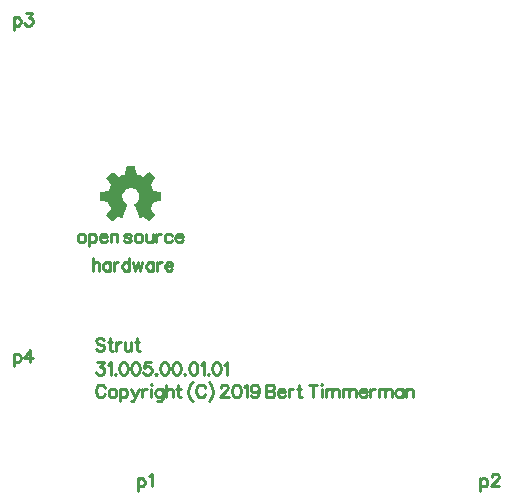
<source format=gto>
G04 start of page 8 for group -4079 idx -4079 *
G04 Title: 31.005.00.01.01, topsilk *
G04 Creator: pcb 4.2.2 *
G04 CreationDate: Sun Jan  3 11:16:11 2021 UTC *
G04 For: bert *
G04 Format: Gerber/RS-274X *
G04 PCB-Dimensions (mil): 2047.24 2047.24 *
G04 PCB-Coordinate-Origin: lower left *
%MOIN*%
%FSLAX25Y25*%
%LNGTO*%
%ADD22C,0.0098*%
%ADD21C,0.0001*%
G54D21*G36*
X45729Y116635D02*X48306D01*
X48389Y116602D01*
X48436Y116526D01*
X48485Y116287D01*
X48529Y116065D01*
X48920Y113933D01*
X48967Y113846D01*
X49050Y113787D01*
X49153Y113743D01*
X49943Y113472D01*
X50693Y113115D01*
X50699D01*
X50786Y113076D01*
X50883Y113063D01*
X50981Y113093D01*
X52754Y114313D01*
X52945Y114437D01*
X53146Y114574D01*
X53232Y114598D01*
X53314Y114563D01*
X53645Y114232D01*
X54149Y113732D01*
X54307Y113569D01*
X54806Y113072D01*
X54968Y112915D01*
X55136Y112741D01*
X55175Y112656D01*
X55153Y112567D01*
X55017Y112365D01*
X54888Y112176D01*
X53699Y110439D01*
X53667Y110348D01*
X53682Y110250D01*
X53727Y110152D01*
X54410Y108545D01*
X54447Y108454D01*
X54510Y108376D01*
X54600Y108330D01*
X56639Y107948D01*
X56863Y107906D01*
X57106Y107863D01*
X57181Y107815D01*
X57210Y107732D01*
Y105156D01*
X57181Y105067D01*
X57106Y105019D01*
X56863Y104976D01*
X56639Y104933D01*
X54660Y104564D01*
X54572Y104517D01*
X54518Y104433D01*
X54490Y104374D01*
Y104363D01*
X53775Y102589D01*
X53770Y102578D01*
X53753Y102534D01*
X53736Y102433D01*
X53764Y102339D01*
X54893Y100707D01*
X55017Y100517D01*
X55158Y100315D01*
X55177Y100230D01*
X55136Y100148D01*
X54968Y99969D01*
X54806Y99811D01*
X53488Y98493D01*
X53314Y98326D01*
X53232Y98284D01*
X53146Y98302D01*
X52945Y98444D01*
X52754Y98569D01*
X51160Y99665D01*
X51061Y99694D01*
X50964Y99676D01*
X50633Y99491D01*
X50439Y99382D01*
X50092Y99204D01*
X50007Y99198D01*
X49945Y99259D01*
X49799Y99615D01*
X49711Y99822D01*
X48328Y103180D01*
X48240Y103387D01*
X48143Y103619D01*
X48139Y103714D01*
X48192Y103787D01*
X48415Y103919D01*
X48556Y104026D01*
X49092Y104472D01*
X49507Y105037D01*
X49774Y105695D01*
X49868Y106426D01*
X49810Y107000D01*
X49645Y107535D01*
X49382Y108019D01*
X49033Y108441D01*
X48613Y108791D01*
X48129Y109054D01*
X47595Y109219D01*
X47021Y109278D01*
X46446Y109219D01*
X45911Y109054D01*
X45428Y108791D01*
X45006Y108441D01*
X44658Y108019D01*
X44396Y107535D01*
X44231Y107000D01*
X44172Y106426D01*
X44265Y105695D01*
X44532Y105037D01*
X44946Y104472D01*
X45485Y104026D01*
X45621Y103919D01*
X45843Y103787D01*
X45897Y103714D01*
X45892Y103619D01*
X45795Y103387D01*
X45707Y103180D01*
X44324Y99822D01*
X44238Y99615D01*
X44090Y99259D01*
X44029Y99198D01*
X43945Y99204D01*
X43603Y99382D01*
X43402Y99491D01*
X43071Y99676D01*
X42972Y99694D01*
X42875Y99665D01*
X41281Y98569D01*
X41096Y98444D01*
X40890Y98302D01*
X40803Y98284D01*
X40721Y98326D01*
X40547Y98493D01*
X40390Y98656D01*
X39892Y99154D01*
X39729Y99313D01*
X39229Y99811D01*
X39067Y99969D01*
X38899Y100148D01*
X38860Y100230D01*
X38882Y100315D01*
X39018Y100517D01*
X39149Y100707D01*
X40271Y102339D01*
X40299Y102433D01*
X40282Y102534D01*
X40260Y102594D01*
X39550Y104369D01*
X39517Y104433D01*
X39463Y104517D01*
X39377Y104564D01*
X37396Y104933D01*
X37174Y104976D01*
X36935Y105019D01*
X36856Y105069D01*
X36827Y105156D01*
Y107732D01*
X36856Y107815D01*
X36935Y107863D01*
X37174Y107911D01*
X37396Y107948D01*
X39436Y108330D01*
X39525Y108376D01*
X39588Y108459D01*
X39625Y108545D01*
X40314Y110152D01*
X40353Y110250D01*
X40370Y110348D01*
X40342Y110439D01*
X39149Y112180D01*
X39018Y112365D01*
X38882Y112567D01*
X38860Y112656D01*
X38899Y112741D01*
X39067Y112915D01*
X39229Y113072D01*
X40721Y114563D01*
X40803Y114598D01*
X40890Y114580D01*
X41096Y114443D01*
X41281Y114313D01*
X43054Y113093D01*
X43152Y113065D01*
X43250Y113082D01*
X43336Y113115D01*
X43347Y113119D01*
X44093Y113474D01*
X44883Y113748D01*
X44986Y113787D01*
X45070Y113846D01*
X45115Y113933D01*
X45513Y116065D01*
X45550Y116287D01*
X45599Y116526D01*
X45646Y116602D01*
X45729Y116635D01*
G37*
G54D22*X30252Y94020D02*X29852Y93820D01*
X29452Y93420D01*
X29252Y92820D01*
Y92420D01*
X29452Y91820D01*
X29852Y91420D01*
X30252Y91220D01*
X30852D01*
X31252Y91420D01*
X31652Y91820D01*
X31852Y92420D01*
Y92820D02*Y92420D01*
Y92820D02*X31652Y93420D01*
X31252Y93820D01*
X30852Y94020D01*
X30252D02*X30852D01*
X33052D02*Y89820D01*
Y93420D02*X33452Y93820D01*
X33852Y94020D01*
X34452D01*
X34852Y93820D01*
X35252Y93420D01*
X35452Y92820D01*
Y92420D01*
X35252Y91820D01*
X34852Y91420D01*
X34452Y91220D01*
X33852D02*X34452D01*
X33852D02*X33452Y91420D01*
X33052Y91820D01*
X36652Y92820D02*X39052D01*
Y93220D02*Y92820D01*
Y93220D02*X38852Y93620D01*
X38652Y93820D01*
X38252Y94020D01*
X37652D02*X38252D01*
X37652D02*X37252Y93820D01*
X36852Y93420D01*
X36652Y92820D01*
Y92420D01*
X36852Y91820D01*
X37252Y91420D01*
X37652Y91220D01*
X38252D01*
X38652Y91420D01*
X39052Y91820D01*
X40252Y94020D02*Y91220D01*
Y93220D02*X40852Y93820D01*
X41252Y94020D01*
X41852D01*
X42252Y93820D01*
X42452Y93220D01*
Y91220D01*
X47052Y93420D02*X46852Y93820D01*
X46252Y94020D01*
X45652D02*X46252D01*
X45652D02*X45052Y93820D01*
X44852Y93420D01*
X45052Y93020D01*
X45452Y92820D01*
X46452Y92620D01*
X46852Y92420D01*
X47052Y92020D01*
Y91820D01*
X46852Y91420D01*
X46252Y91220D01*
X45652D02*X46252D01*
X45652D02*X45052Y91420D01*
X44852Y91820D01*
X49252Y94020D02*X48852Y93820D01*
X48452Y93420D01*
X48252Y92820D01*
Y92420D01*
X48452Y91820D01*
X48852Y91420D01*
X49252Y91220D01*
X49852D01*
X50252Y91420D01*
X50652Y91820D01*
X50852Y92420D01*
Y92820D02*Y92420D01*
Y92820D02*X50652Y93420D01*
X50252Y93820D01*
X49852Y94020D01*
X49252D02*X49852D01*
X52052D02*Y92020D01*
X52252Y91420D01*
X52652Y91220D01*
X53252D01*
X53652Y91420D01*
X54252Y92020D01*
Y94020D02*Y91220D01*
X55452Y94020D02*Y91220D01*
Y92820D02*X55652Y93420D01*
X56052Y93820D01*
X56452Y94020D01*
X57052D01*
X60652Y93420D02*X60252Y93820D01*
X59852Y94020D01*
X59252D02*X59852D01*
X59252D02*X58852Y93820D01*
X58452Y93420D01*
X58252Y92820D01*
Y92420D01*
X58452Y91820D01*
X58852Y91420D01*
X59252Y91220D01*
X59852D01*
X60252Y91420D01*
X60652Y91820D01*
X61852Y92820D02*X64252D01*
Y93220D02*Y92820D01*
Y93220D02*X64052Y93620D01*
X63852Y93820D01*
X63452Y94020D01*
X62852D02*X63452D01*
X62852D02*X62452Y93820D01*
X62052Y93420D01*
X61852Y92820D01*
Y92420D01*
X62052Y91820D01*
X62452Y91420D01*
X62852Y91220D01*
X63452D01*
X63852Y91420D01*
X64252Y91820D01*
X34252Y85920D02*Y81720D01*
Y83720D02*X34852Y84320D01*
X35252Y84520D01*
X35852D01*
X36252Y84320D01*
X36452Y83720D01*
Y81720D01*
X40052Y84520D02*Y81720D01*
Y83920D02*X39652Y84320D01*
X39252Y84520D01*
X38652D02*X39252D01*
X38652D02*X38252Y84320D01*
X37852Y83920D01*
X37652Y83320D01*
Y82920D01*
X37852Y82320D01*
X38252Y81920D01*
X38652Y81720D01*
X39252D01*
X39652Y81920D01*
X40052Y82320D01*
X41252Y84520D02*Y81720D01*
Y83320D02*X41452Y83920D01*
X41852Y84320D01*
X42252Y84520D01*
X42852D01*
X46452Y85920D02*Y81720D01*
Y83920D02*X46052Y84320D01*
X45652Y84520D01*
X45052D02*X45652D01*
X45052D02*X44652Y84320D01*
X44252Y83920D01*
X44052Y83320D01*
Y82920D01*
X44252Y82320D01*
X44652Y81920D01*
X45052Y81720D01*
X45652D01*
X46052Y81920D01*
X46452Y82320D01*
X47652Y84520D02*X48452Y81720D01*
X49252Y84520D02*X48452Y81720D01*
X49252Y84520D02*X50052Y81720D01*
X50852Y84520D02*X50052Y81720D01*
X54452Y84520D02*Y81720D01*
Y83920D02*X54052Y84320D01*
X53652Y84520D01*
X53052D02*X53652D01*
X53052D02*X52652Y84320D01*
X52252Y83920D01*
X52052Y83320D01*
Y82920D01*
X52252Y82320D01*
X52652Y81920D01*
X53052Y81720D01*
X53652D01*
X54052Y81920D01*
X54452Y82320D01*
X55652Y84520D02*Y81720D01*
Y83320D02*X55852Y83920D01*
X56252Y84320D01*
X56652Y84520D01*
X57252D01*
X58452Y83320D02*X60852D01*
Y83720D02*Y83320D01*
Y83720D02*X60652Y84120D01*
X60452Y84320D01*
X60052Y84520D01*
X59452D02*X60052D01*
X59452D02*X59052Y84320D01*
X58652Y83920D01*
X58452Y83320D01*
Y82920D01*
X58652Y82320D01*
X59052Y81920D01*
X59452Y81720D01*
X60052D01*
X60452Y81920D01*
X60852Y82320D01*
X38182Y58639D02*X37782Y59039D01*
X37182Y59239D01*
X36382D02*X37182D01*
X36382D02*X35782Y59039D01*
X35382Y58639D01*
Y58239D01*
X35582Y57839D01*
X35782Y57639D01*
X36182Y57439D01*
X37382Y57039D01*
X37782Y56839D01*
X37982Y56639D01*
X38182Y56239D01*
Y55639D01*
X37782Y55239D01*
X37182Y55039D01*
X36382D02*X37182D01*
X36382D02*X35782Y55239D01*
X35382Y55639D01*
X39982Y59239D02*Y55839D01*
X40182Y55239D01*
X40582Y55039D01*
X40982D01*
X39382Y57839D02*X40782D01*
X42182D02*Y55039D01*
Y56639D02*X42382Y57239D01*
X42782Y57639D01*
X43182Y57839D01*
X43782D01*
X44982D02*Y55839D01*
X45182Y55239D01*
X45582Y55039D01*
X46182D01*
X46582Y55239D01*
X47182Y55839D01*
Y57839D02*Y55039D01*
X48982Y59239D02*Y55839D01*
X49182Y55239D01*
X49582Y55039D01*
X49982D01*
X48382Y57839D02*X49782D01*
X38382Y42739D02*X38182Y43139D01*
X37782Y43539D01*
X37382Y43739D01*
X36582D02*X37382D01*
X36582D02*X36182Y43539D01*
X35782Y43139D01*
X35582Y42739D01*
X35382Y42139D01*
Y41139D01*
X35582Y40539D01*
X35782Y40139D01*
X36182Y39739D01*
X36582Y39539D01*
X37382D01*
X37782Y39739D01*
X38182Y40139D01*
X38382Y40539D01*
X40582Y42339D02*X40182Y42139D01*
X39782Y41739D01*
X39582Y41139D01*
Y40739D01*
X39782Y40139D01*
X40182Y39739D01*
X40582Y39539D01*
X41182D01*
X41582Y39739D01*
X41982Y40139D01*
X42182Y40739D01*
Y41139D02*Y40739D01*
Y41139D02*X41982Y41739D01*
X41582Y42139D01*
X41182Y42339D01*
X40582D02*X41182D01*
X43382D02*Y38139D01*
Y41739D02*X43782Y42139D01*
X44182Y42339D01*
X44782D01*
X45182Y42139D01*
X45582Y41739D01*
X45782Y41139D01*
Y40739D01*
X45582Y40139D01*
X45182Y39739D01*
X44782Y39539D01*
X44182D02*X44782D01*
X44182D02*X43782Y39739D01*
X43382Y40139D01*
X47182Y42339D02*X48382Y39539D01*
X49582Y42339D02*X48382Y39539D01*
X47982Y38739D01*
X47582Y38339D01*
X47182Y38139D01*
X46982D02*X47182D01*
X50782Y42339D02*Y39539D01*
Y41139D02*X50982Y41739D01*
X51382Y42139D01*
X51782Y42339D01*
X52382D01*
X53582Y43739D02*X53782Y43539D01*
X53982Y43739D01*
X53782Y43939D01*
X53582Y43739D01*
X53782Y42339D02*Y39539D01*
X57582Y42339D02*Y39139D01*
X57382Y38539D01*
X57182Y38339D01*
X56782Y38139D01*
X56182D02*X56782D01*
X56182D02*X55782Y38339D01*
X57582Y41739D02*X57182Y42139D01*
X56782Y42339D01*
X56182D02*X56782D01*
X56182D02*X55782Y42139D01*
X55382Y41739D01*
X55182Y41139D01*
Y40739D01*
X55382Y40139D01*
X55782Y39739D01*
X56182Y39539D01*
X56782D01*
X57182Y39739D01*
X57582Y40139D01*
X58782Y43739D02*Y39539D01*
Y41539D02*X59382Y42139D01*
X59782Y42339D01*
X60382D01*
X60782Y42139D01*
X60982Y41539D01*
Y39539D01*
X62782Y43739D02*Y40339D01*
X62982Y39739D01*
X63382Y39539D01*
X63782D01*
X62182Y42339D02*X63582D01*
X67582Y44539D02*X67182Y44139D01*
X66782Y43539D01*
X66382Y42739D01*
X66182Y41739D01*
Y40939D01*
X66382Y39939D01*
X66782Y39139D01*
X67182Y38539D01*
X67582Y38139D01*
X71782Y42739D02*X71582Y43139D01*
X71182Y43539D01*
X70782Y43739D01*
X69982D02*X70782D01*
X69982D02*X69582Y43539D01*
X69182Y43139D01*
X68982Y42739D01*
X68782Y42139D01*
Y41139D01*
X68982Y40539D01*
X69182Y40139D01*
X69582Y39739D01*
X69982Y39539D01*
X70782D01*
X71182Y39739D01*
X71582Y40139D01*
X71782Y40539D01*
X72982Y44539D02*X73382Y44139D01*
X73782Y43539D01*
X74182Y42739D01*
X74382Y41739D01*
Y40939D01*
X74182Y39939D01*
X73782Y39139D01*
X73382Y38539D01*
X72982Y38139D01*
X76982Y42939D02*Y42739D01*
Y42939D02*X77182Y43339D01*
X77382Y43539D01*
X77782Y43739D01*
X78582D01*
X78982Y43539D01*
X79182Y43339D01*
X79382Y42939D01*
Y42539D01*
X79182Y42139D01*
X78782Y41539D01*
X76782Y39539D01*
X79582D01*
X81982Y43739D02*X81382Y43539D01*
X80982Y42939D01*
X80782Y41939D01*
Y41339D01*
X80982Y40339D01*
X81382Y39739D01*
X81982Y39539D01*
X82382D01*
X82982Y39739D01*
X83382Y40339D01*
X83582Y41339D01*
Y41939D02*Y41339D01*
Y41939D02*X83382Y42939D01*
X82982Y43539D01*
X82382Y43739D01*
X81982D02*X82382D01*
X84782Y42939D02*X85182Y43139D01*
X85782Y43739D01*
Y39539D01*
X89582Y42339D02*X89382Y41739D01*
X88982Y41339D01*
X88382Y41139D01*
X88182D02*X88382D01*
X88182D02*X87582Y41339D01*
X87182Y41739D01*
X86982Y42339D01*
Y42539D02*Y42339D01*
Y42539D02*X87182Y43139D01*
X87582Y43539D01*
X88182Y43739D01*
X88382D01*
X88982Y43539D01*
X89382Y43139D01*
X89582Y42339D01*
Y41339D01*
X89382Y40339D01*
X88982Y39739D01*
X88382Y39539D01*
X87982D02*X88382D01*
X87982D02*X87382Y39739D01*
X87182Y40139D01*
X91982Y43739D02*Y39539D01*
Y43739D02*X93782D01*
X94382Y43539D01*
X94582Y43339D01*
X94782Y42939D01*
Y42539D01*
X94582Y42139D01*
X94382Y41939D01*
X93782Y41739D01*
X91982D02*X93782D01*
X94382Y41539D01*
X94582Y41339D01*
X94782Y40939D01*
Y40339D01*
X94582Y39939D01*
X94382Y39739D01*
X93782Y39539D01*
X91982D02*X93782D01*
X95982Y41139D02*X98382D01*
Y41539D02*Y41139D01*
Y41539D02*X98182Y41939D01*
X97982Y42139D01*
X97582Y42339D01*
X96982D02*X97582D01*
X96982D02*X96582Y42139D01*
X96182Y41739D01*
X95982Y41139D01*
Y40739D01*
X96182Y40139D01*
X96582Y39739D01*
X96982Y39539D01*
X97582D01*
X97982Y39739D01*
X98382Y40139D01*
X99582Y42339D02*Y39539D01*
Y41139D02*X99782Y41739D01*
X100182Y42139D01*
X100582Y42339D01*
X101182D01*
X102982Y43739D02*Y40339D01*
X103182Y39739D01*
X103582Y39539D01*
X103982D01*
X102382Y42339D02*X103782D01*
X107782Y43739D02*Y39539D01*
X106382Y43739D02*X109182D01*
X110382D02*X110582Y43539D01*
X110782Y43739D01*
X110582Y43939D01*
X110382Y43739D01*
X110582Y42339D02*Y39539D01*
X111982Y42339D02*Y39539D01*
Y41539D02*X112582Y42139D01*
X112982Y42339D01*
X113582D01*
X113982Y42139D01*
X114182Y41539D01*
Y39539D01*
Y41539D02*X114782Y42139D01*
X115182Y42339D01*
X115782D01*
X116182Y42139D01*
X116382Y41539D01*
Y39539D01*
X117582Y42339D02*Y39539D01*
Y41539D02*X118182Y42139D01*
X118582Y42339D01*
X119182D01*
X119582Y42139D01*
X119782Y41539D01*
Y39539D01*
Y41539D02*X120382Y42139D01*
X120782Y42339D01*
X121382D01*
X121782Y42139D01*
X121982Y41539D01*
Y39539D01*
X123182Y41139D02*X125582D01*
Y41539D02*Y41139D01*
Y41539D02*X125382Y41939D01*
X125182Y42139D01*
X124782Y42339D01*
X124182D02*X124782D01*
X124182D02*X123782Y42139D01*
X123382Y41739D01*
X123182Y41139D01*
Y40739D01*
X123382Y40139D01*
X123782Y39739D01*
X124182Y39539D01*
X124782D01*
X125182Y39739D01*
X125582Y40139D01*
X126782Y42339D02*Y39539D01*
Y41139D02*X126982Y41739D01*
X127382Y42139D01*
X127782Y42339D01*
X128382D01*
X129582D02*Y39539D01*
Y41539D02*X130182Y42139D01*
X130582Y42339D01*
X131182D01*
X131582Y42139D01*
X131782Y41539D01*
Y39539D01*
Y41539D02*X132382Y42139D01*
X132782Y42339D01*
X133382D01*
X133782Y42139D01*
X133982Y41539D01*
Y39539D01*
X137582Y42339D02*Y39539D01*
Y41739D02*X137182Y42139D01*
X136782Y42339D01*
X136182D02*X136782D01*
X136182D02*X135782Y42139D01*
X135382Y41739D01*
X135182Y41139D01*
Y40739D01*
X135382Y40139D01*
X135782Y39739D01*
X136182Y39539D01*
X136782D01*
X137182Y39739D01*
X137582Y40139D01*
X138782Y42339D02*Y39539D01*
Y41539D02*X139382Y42139D01*
X139782Y42339D01*
X140382D01*
X140782Y42139D01*
X140982Y41539D01*
Y39539D01*
X35782Y51239D02*X37982D01*
X36782Y49639D01*
X37382D01*
X37782Y49439D01*
X37982Y49239D01*
X38182Y48639D01*
Y48239D01*
X37982Y47639D01*
X37582Y47239D01*
X36982Y47039D01*
X36382D02*X36982D01*
X36382D02*X35782Y47239D01*
X35582Y47439D01*
X35382Y47839D01*
X39382Y50439D02*X39782Y50639D01*
X40382Y51239D01*
Y47039D01*
X41782Y47439D02*X41582Y47239D01*
X41782Y47039D01*
X41982Y47239D01*
X41782Y47439D01*
X44382Y51239D02*X43782Y51039D01*
X43382Y50439D01*
X43182Y49439D01*
Y48839D01*
X43382Y47839D01*
X43782Y47239D01*
X44382Y47039D01*
X44782D01*
X45382Y47239D01*
X45782Y47839D01*
X45982Y48839D01*
Y49439D02*Y48839D01*
Y49439D02*X45782Y50439D01*
X45382Y51039D01*
X44782Y51239D01*
X44382D02*X44782D01*
X48382D02*X47782Y51039D01*
X47382Y50439D01*
X47182Y49439D01*
Y48839D01*
X47382Y47839D01*
X47782Y47239D01*
X48382Y47039D01*
X48782D01*
X49382Y47239D01*
X49782Y47839D01*
X49982Y48839D01*
Y49439D02*Y48839D01*
Y49439D02*X49782Y50439D01*
X49382Y51039D01*
X48782Y51239D01*
X48382D02*X48782D01*
X51582D02*X53582D01*
X51582D02*X51382Y49439D01*
X51582Y49639D01*
X52182Y49839D01*
X52782D01*
X53382Y49639D01*
X53782Y49239D01*
X53982Y48639D01*
Y48239D01*
X53782Y47639D01*
X53382Y47239D01*
X52782Y47039D01*
X52182D02*X52782D01*
X52182D02*X51582Y47239D01*
X51382Y47439D01*
X51182Y47839D01*
X55382Y47439D02*X55182Y47239D01*
X55382Y47039D01*
X55582Y47239D01*
X55382Y47439D01*
X57982Y51239D02*X57382Y51039D01*
X56982Y50439D01*
X56782Y49439D01*
Y48839D01*
X56982Y47839D01*
X57382Y47239D01*
X57982Y47039D01*
X58382D01*
X58982Y47239D01*
X59382Y47839D01*
X59582Y48839D01*
Y49439D02*Y48839D01*
Y49439D02*X59382Y50439D01*
X58982Y51039D01*
X58382Y51239D01*
X57982D02*X58382D01*
X61982D02*X61382Y51039D01*
X60982Y50439D01*
X60782Y49439D01*
Y48839D01*
X60982Y47839D01*
X61382Y47239D01*
X61982Y47039D01*
X62382D01*
X62982Y47239D01*
X63382Y47839D01*
X63582Y48839D01*
Y49439D02*Y48839D01*
Y49439D02*X63382Y50439D01*
X62982Y51039D01*
X62382Y51239D01*
X61982D02*X62382D01*
X64982Y47439D02*X64782Y47239D01*
X64982Y47039D01*
X65182Y47239D01*
X64982Y47439D01*
X67582Y51239D02*X66982Y51039D01*
X66582Y50439D01*
X66382Y49439D01*
Y48839D01*
X66582Y47839D01*
X66982Y47239D01*
X67582Y47039D01*
X67982D01*
X68582Y47239D01*
X68982Y47839D01*
X69182Y48839D01*
Y49439D02*Y48839D01*
Y49439D02*X68982Y50439D01*
X68582Y51039D01*
X67982Y51239D01*
X67582D02*X67982D01*
X70382Y50439D02*X70782Y50639D01*
X71382Y51239D01*
Y47039D01*
X72782Y47439D02*X72582Y47239D01*
X72782Y47039D01*
X72982Y47239D01*
X72782Y47439D01*
X75382Y51239D02*X74782Y51039D01*
X74382Y50439D01*
X74182Y49439D01*
Y48839D01*
X74382Y47839D01*
X74782Y47239D01*
X75382Y47039D01*
X75782D01*
X76382Y47239D01*
X76782Y47839D01*
X76982Y48839D01*
Y49439D02*Y48839D01*
Y49439D02*X76782Y50439D01*
X76382Y51039D01*
X75782Y51239D01*
X75382D02*X75782D01*
X78182Y50439D02*X78582Y50639D01*
X79182Y51239D01*
Y47039D01*
X7969Y166186D02*Y161986D01*
Y165586D02*X8369Y165986D01*
X8769Y166186D01*
X9369D01*
X9769Y165986D01*
X10169Y165586D01*
X10369Y164986D01*
Y164586D01*
X10169Y163986D01*
X9769Y163586D01*
X9369Y163386D01*
X8769D02*X9369D01*
X8769D02*X8369Y163586D01*
X7969Y163986D01*
X11969Y167586D02*X14169D01*
X12969Y165986D01*
X13569D01*
X13969Y165786D01*
X14169Y165586D01*
X14369Y164986D01*
Y164586D01*
X14169Y163986D01*
X13769Y163586D01*
X13169Y163386D01*
X12569D02*X13169D01*
X12569D02*X11969Y163586D01*
X11769Y163786D01*
X11569Y164186D01*
X7969Y53981D02*Y49781D01*
Y53381D02*X8369Y53781D01*
X8769Y53981D01*
X9369D01*
X9769Y53781D01*
X10169Y53381D01*
X10369Y52781D01*
Y52381D01*
X10169Y51781D01*
X9769Y51381D01*
X9369Y51181D01*
X8769D02*X9369D01*
X8769D02*X8369Y51381D01*
X7969Y51781D01*
X13569Y55381D02*X11569Y52581D01*
X14569D01*
X13569Y55381D02*Y51181D01*
X49307Y12643D02*Y8443D01*
Y12043D02*X49707Y12443D01*
X50107Y12643D01*
X50707D01*
X51107Y12443D01*
X51507Y12043D01*
X51707Y11443D01*
Y11043D01*
X51507Y10443D01*
X51107Y10043D01*
X50707Y9843D01*
X50107D02*X50707D01*
X50107D02*X49707Y10043D01*
X49307Y10443D01*
X52907Y13243D02*X53307Y13443D01*
X53907Y14043D01*
Y9843D01*
X163480Y12643D02*Y8443D01*
Y12043D02*X163880Y12443D01*
X164280Y12643D01*
X164880D01*
X165280Y12443D01*
X165680Y12043D01*
X165880Y11443D01*
Y11043D01*
X165680Y10443D01*
X165280Y10043D01*
X164880Y9843D01*
X164280D02*X164880D01*
X164280D02*X163880Y10043D01*
X163480Y10443D01*
X167280Y13243D02*Y13043D01*
Y13243D02*X167480Y13643D01*
X167680Y13843D01*
X168080Y14043D01*
X168880D01*
X169280Y13843D01*
X169480Y13643D01*
X169680Y13243D01*
Y12843D01*
X169480Y12443D01*
X169080Y11843D01*
X167080Y9843D01*
X169880D01*
M02*

</source>
